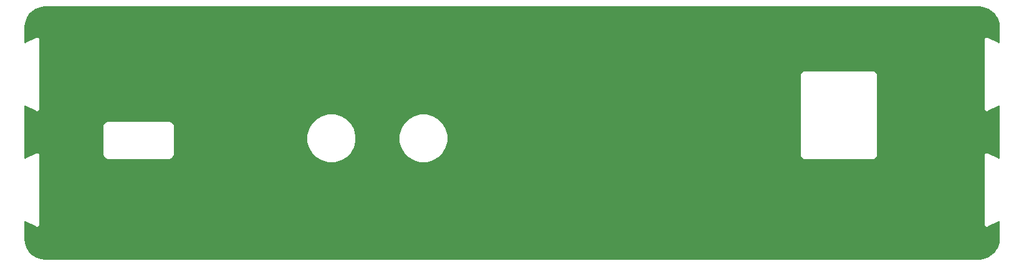
<source format=gbr>
G04 EAGLE Gerber RS-274X export*
G75*
%MOMM*%
%FSLAX34Y34*%
%LPD*%
%INBottom Copper*%
%IPPOS*%
%AMOC8*
5,1,8,0,0,1.08239X$1,22.5*%
G01*
%ADD10C,4.316000*%

G36*
X1300022Y2543D02*
X1300022Y2543D01*
X1300100Y2545D01*
X1304197Y2867D01*
X1304264Y2881D01*
X1304333Y2885D01*
X1304489Y2925D01*
X1312282Y5457D01*
X1312390Y5508D01*
X1312500Y5551D01*
X1312551Y5584D01*
X1312570Y5593D01*
X1312586Y5606D01*
X1312636Y5638D01*
X1319265Y10454D01*
X1319352Y10535D01*
X1319443Y10611D01*
X1319482Y10658D01*
X1319497Y10672D01*
X1319508Y10689D01*
X1319546Y10735D01*
X1324362Y17364D01*
X1324420Y17468D01*
X1324483Y17568D01*
X1324506Y17625D01*
X1324516Y17643D01*
X1324521Y17662D01*
X1324543Y17718D01*
X1327075Y25511D01*
X1327088Y25579D01*
X1327110Y25644D01*
X1327133Y25803D01*
X1327455Y29900D01*
X1327454Y29922D01*
X1327459Y30000D01*
X1327459Y53835D01*
X1327447Y53929D01*
X1327445Y54024D01*
X1327428Y54086D01*
X1327419Y54151D01*
X1327385Y54239D01*
X1327359Y54330D01*
X1327326Y54386D01*
X1327302Y54447D01*
X1327247Y54523D01*
X1327199Y54605D01*
X1327154Y54651D01*
X1327116Y54704D01*
X1327043Y54764D01*
X1326976Y54832D01*
X1326921Y54865D01*
X1326871Y54907D01*
X1326785Y54947D01*
X1326704Y54996D01*
X1326642Y55015D01*
X1326583Y55042D01*
X1326490Y55060D01*
X1326399Y55087D01*
X1326334Y55090D01*
X1326271Y55102D01*
X1326176Y55096D01*
X1326082Y55100D01*
X1326018Y55086D01*
X1325953Y55082D01*
X1325863Y55053D01*
X1325771Y55033D01*
X1325668Y54990D01*
X1325651Y54984D01*
X1325642Y54979D01*
X1325622Y54971D01*
X1311689Y48004D01*
X1311587Y47935D01*
X1311480Y47873D01*
X1311441Y47838D01*
X1311425Y47827D01*
X1311411Y47811D01*
X1311359Y47766D01*
X1311052Y47459D01*
X1310899Y47459D01*
X1310845Y47452D01*
X1310791Y47455D01*
X1310688Y47433D01*
X1310584Y47419D01*
X1310533Y47399D01*
X1310480Y47388D01*
X1310332Y47325D01*
X1310195Y47257D01*
X1309783Y47394D01*
X1309662Y47418D01*
X1309542Y47449D01*
X1309490Y47452D01*
X1309471Y47456D01*
X1309450Y47455D01*
X1309382Y47459D01*
X1308948Y47459D01*
X1308839Y47567D01*
X1308796Y47601D01*
X1308759Y47641D01*
X1308671Y47698D01*
X1308588Y47762D01*
X1308538Y47784D01*
X1308492Y47814D01*
X1308343Y47874D01*
X1308198Y47922D01*
X1308004Y48311D01*
X1307935Y48413D01*
X1307873Y48520D01*
X1307838Y48559D01*
X1307827Y48575D01*
X1307811Y48589D01*
X1307766Y48641D01*
X1307459Y48948D01*
X1307459Y49101D01*
X1307452Y49155D01*
X1307455Y49209D01*
X1307433Y49312D01*
X1307419Y49416D01*
X1307399Y49467D01*
X1307388Y49520D01*
X1307325Y49668D01*
X1307257Y49805D01*
X1307394Y50217D01*
X1307418Y50338D01*
X1307449Y50458D01*
X1307452Y50510D01*
X1307456Y50529D01*
X1307455Y50550D01*
X1307459Y50618D01*
X1307459Y144382D01*
X1307444Y144504D01*
X1307435Y144627D01*
X1307422Y144678D01*
X1307419Y144697D01*
X1307412Y144717D01*
X1307394Y144783D01*
X1307257Y145195D01*
X1307325Y145332D01*
X1307343Y145383D01*
X1307370Y145431D01*
X1307396Y145533D01*
X1307431Y145632D01*
X1307435Y145686D01*
X1307449Y145739D01*
X1307459Y145899D01*
X1307459Y146052D01*
X1307766Y146359D01*
X1307842Y146457D01*
X1307923Y146550D01*
X1307949Y146596D01*
X1307961Y146611D01*
X1307970Y146630D01*
X1308004Y146689D01*
X1308198Y147078D01*
X1308343Y147126D01*
X1308392Y147149D01*
X1308445Y147165D01*
X1308535Y147218D01*
X1308630Y147263D01*
X1308672Y147299D01*
X1308719Y147326D01*
X1308839Y147433D01*
X1308948Y147541D01*
X1309382Y147541D01*
X1309504Y147556D01*
X1309627Y147565D01*
X1309678Y147578D01*
X1309697Y147581D01*
X1309717Y147588D01*
X1309783Y147606D01*
X1310195Y147743D01*
X1310332Y147675D01*
X1310383Y147657D01*
X1310431Y147630D01*
X1310533Y147604D01*
X1310632Y147569D01*
X1310686Y147565D01*
X1310739Y147551D01*
X1310899Y147541D01*
X1311052Y147541D01*
X1311359Y147234D01*
X1311457Y147158D01*
X1311550Y147077D01*
X1311596Y147051D01*
X1311611Y147039D01*
X1311630Y147030D01*
X1311689Y146996D01*
X1325622Y140029D01*
X1325712Y139998D01*
X1325797Y139958D01*
X1325861Y139946D01*
X1325922Y139924D01*
X1326017Y139916D01*
X1326110Y139898D01*
X1326174Y139902D01*
X1326239Y139896D01*
X1326333Y139912D01*
X1326427Y139918D01*
X1326489Y139938D01*
X1326553Y139948D01*
X1326640Y139987D01*
X1326729Y140016D01*
X1326784Y140051D01*
X1326844Y140077D01*
X1326918Y140135D01*
X1326998Y140186D01*
X1327043Y140233D01*
X1327094Y140274D01*
X1327151Y140349D01*
X1327216Y140418D01*
X1327247Y140474D01*
X1327287Y140526D01*
X1327324Y140613D01*
X1327370Y140696D01*
X1327386Y140759D01*
X1327411Y140819D01*
X1327425Y140913D01*
X1327449Y141004D01*
X1327456Y141115D01*
X1327459Y141133D01*
X1327458Y141143D01*
X1327459Y141165D01*
X1327459Y211335D01*
X1327447Y211429D01*
X1327445Y211524D01*
X1327428Y211586D01*
X1327419Y211651D01*
X1327385Y211739D01*
X1327359Y211830D01*
X1327326Y211886D01*
X1327302Y211947D01*
X1327247Y212023D01*
X1327199Y212105D01*
X1327154Y212151D01*
X1327116Y212204D01*
X1327043Y212264D01*
X1326976Y212332D01*
X1326921Y212365D01*
X1326871Y212407D01*
X1326785Y212447D01*
X1326704Y212496D01*
X1326642Y212515D01*
X1326583Y212542D01*
X1326490Y212560D01*
X1326399Y212587D01*
X1326334Y212590D01*
X1326271Y212602D01*
X1326176Y212596D01*
X1326082Y212600D01*
X1326018Y212586D01*
X1325953Y212582D01*
X1325863Y212553D01*
X1325771Y212533D01*
X1325668Y212490D01*
X1325651Y212484D01*
X1325642Y212479D01*
X1325622Y212471D01*
X1311689Y205504D01*
X1311630Y205465D01*
X1311628Y205464D01*
X1311619Y205457D01*
X1311587Y205435D01*
X1311480Y205373D01*
X1311441Y205338D01*
X1311425Y205327D01*
X1311411Y205311D01*
X1311374Y205279D01*
X1311371Y205277D01*
X1311370Y205275D01*
X1311359Y205266D01*
X1311052Y204959D01*
X1310899Y204959D01*
X1310845Y204952D01*
X1310791Y204955D01*
X1310688Y204933D01*
X1310584Y204919D01*
X1310533Y204899D01*
X1310480Y204888D01*
X1310332Y204825D01*
X1310195Y204757D01*
X1309783Y204894D01*
X1309662Y204918D01*
X1309542Y204949D01*
X1309490Y204952D01*
X1309471Y204956D01*
X1309450Y204955D01*
X1309382Y204959D01*
X1308948Y204959D01*
X1308839Y205067D01*
X1308796Y205101D01*
X1308759Y205141D01*
X1308671Y205198D01*
X1308588Y205262D01*
X1308538Y205284D01*
X1308492Y205314D01*
X1308343Y205374D01*
X1308198Y205422D01*
X1308004Y205811D01*
X1307935Y205913D01*
X1307873Y206020D01*
X1307838Y206059D01*
X1307827Y206075D01*
X1307811Y206089D01*
X1307766Y206141D01*
X1307459Y206448D01*
X1307459Y206601D01*
X1307452Y206655D01*
X1307455Y206709D01*
X1307433Y206812D01*
X1307419Y206916D01*
X1307399Y206967D01*
X1307388Y207020D01*
X1307325Y207168D01*
X1307257Y207305D01*
X1307394Y207717D01*
X1307418Y207838D01*
X1307449Y207958D01*
X1307452Y208010D01*
X1307456Y208029D01*
X1307455Y208050D01*
X1307459Y208118D01*
X1307459Y301882D01*
X1307444Y302004D01*
X1307435Y302127D01*
X1307422Y302178D01*
X1307419Y302197D01*
X1307412Y302217D01*
X1307394Y302283D01*
X1307257Y302695D01*
X1307325Y302832D01*
X1307343Y302883D01*
X1307370Y302931D01*
X1307396Y303033D01*
X1307431Y303132D01*
X1307435Y303186D01*
X1307449Y303239D01*
X1307459Y303399D01*
X1307459Y303552D01*
X1307766Y303859D01*
X1307842Y303957D01*
X1307923Y304050D01*
X1307949Y304096D01*
X1307961Y304111D01*
X1307970Y304130D01*
X1308004Y304189D01*
X1308198Y304578D01*
X1308343Y304626D01*
X1308392Y304649D01*
X1308445Y304665D01*
X1308535Y304718D01*
X1308630Y304763D01*
X1308672Y304798D01*
X1308719Y304826D01*
X1308839Y304933D01*
X1308948Y305041D01*
X1309382Y305041D01*
X1309504Y305056D01*
X1309627Y305065D01*
X1309678Y305078D01*
X1309697Y305081D01*
X1309717Y305088D01*
X1309783Y305106D01*
X1310195Y305243D01*
X1310332Y305175D01*
X1310383Y305157D01*
X1310431Y305130D01*
X1310533Y305104D01*
X1310632Y305069D01*
X1310686Y305065D01*
X1310739Y305051D01*
X1310899Y305041D01*
X1311052Y305041D01*
X1311359Y304734D01*
X1311457Y304658D01*
X1311550Y304577D01*
X1311596Y304551D01*
X1311611Y304539D01*
X1311630Y304530D01*
X1311689Y304496D01*
X1325622Y297529D01*
X1325712Y297498D01*
X1325797Y297458D01*
X1325861Y297446D01*
X1325922Y297424D01*
X1326017Y297416D01*
X1326110Y297398D01*
X1326174Y297402D01*
X1326239Y297396D01*
X1326333Y297412D01*
X1326427Y297418D01*
X1326489Y297438D01*
X1326553Y297448D01*
X1326640Y297487D01*
X1326729Y297516D01*
X1326784Y297551D01*
X1326844Y297577D01*
X1326918Y297635D01*
X1326998Y297686D01*
X1327043Y297733D01*
X1327094Y297774D01*
X1327151Y297849D01*
X1327216Y297918D01*
X1327247Y297974D01*
X1327287Y298026D01*
X1327324Y298113D01*
X1327370Y298196D01*
X1327386Y298259D01*
X1327411Y298319D01*
X1327425Y298413D01*
X1327449Y298504D01*
X1327456Y298615D01*
X1327459Y298633D01*
X1327458Y298643D01*
X1327459Y298665D01*
X1327459Y320000D01*
X1327457Y320022D01*
X1327455Y320100D01*
X1327133Y324197D01*
X1327119Y324264D01*
X1327115Y324333D01*
X1327075Y324489D01*
X1324543Y332282D01*
X1324492Y332390D01*
X1324449Y332500D01*
X1324416Y332551D01*
X1324407Y332570D01*
X1324394Y332586D01*
X1324362Y332636D01*
X1319546Y339265D01*
X1319465Y339352D01*
X1319389Y339443D01*
X1319342Y339482D01*
X1319328Y339497D01*
X1319311Y339508D01*
X1319265Y339546D01*
X1312636Y344362D01*
X1312532Y344420D01*
X1312432Y344483D01*
X1312375Y344506D01*
X1312357Y344516D01*
X1312338Y344521D01*
X1312282Y344543D01*
X1304489Y347075D01*
X1304421Y347088D01*
X1304356Y347110D01*
X1304197Y347133D01*
X1300100Y347455D01*
X1300078Y347454D01*
X1300000Y347459D01*
X30000Y347459D01*
X29978Y347457D01*
X29900Y347455D01*
X25803Y347133D01*
X25736Y347119D01*
X25667Y347115D01*
X25511Y347075D01*
X17718Y344543D01*
X17610Y344492D01*
X17500Y344449D01*
X17449Y344416D01*
X17430Y344407D01*
X17414Y344394D01*
X17364Y344362D01*
X10735Y339546D01*
X10648Y339465D01*
X10557Y339389D01*
X10518Y339342D01*
X10503Y339328D01*
X10492Y339311D01*
X10454Y339265D01*
X5638Y332636D01*
X5580Y332532D01*
X5517Y332432D01*
X5494Y332375D01*
X5484Y332357D01*
X5479Y332338D01*
X5457Y332282D01*
X2925Y324489D01*
X2912Y324421D01*
X2890Y324356D01*
X2867Y324197D01*
X2545Y320100D01*
X2546Y320078D01*
X2541Y320000D01*
X2541Y298665D01*
X2553Y298571D01*
X2555Y298476D01*
X2572Y298414D01*
X2581Y298349D01*
X2615Y298261D01*
X2641Y298170D01*
X2674Y298114D01*
X2698Y298053D01*
X2753Y297977D01*
X2801Y297895D01*
X2846Y297849D01*
X2884Y297796D01*
X2957Y297736D01*
X3024Y297668D01*
X3079Y297635D01*
X3129Y297593D01*
X3215Y297553D01*
X3296Y297504D01*
X3358Y297485D01*
X3417Y297458D01*
X3510Y297440D01*
X3601Y297413D01*
X3666Y297410D01*
X3729Y297398D01*
X3824Y297404D01*
X3918Y297400D01*
X3982Y297414D01*
X4047Y297418D01*
X4137Y297447D01*
X4229Y297467D01*
X4332Y297510D01*
X4349Y297516D01*
X4358Y297521D01*
X4378Y297529D01*
X18311Y304496D01*
X18413Y304565D01*
X18520Y304627D01*
X18559Y304662D01*
X18575Y304673D01*
X18589Y304689D01*
X18641Y304734D01*
X18948Y305041D01*
X19101Y305041D01*
X19155Y305048D01*
X19209Y305045D01*
X19312Y305067D01*
X19416Y305081D01*
X19467Y305101D01*
X19520Y305112D01*
X19668Y305175D01*
X19805Y305243D01*
X20217Y305106D01*
X20338Y305082D01*
X20458Y305051D01*
X20510Y305048D01*
X20529Y305044D01*
X20550Y305045D01*
X20618Y305041D01*
X21052Y305041D01*
X21161Y304933D01*
X21204Y304899D01*
X21241Y304859D01*
X21329Y304802D01*
X21412Y304738D01*
X21462Y304716D01*
X21508Y304686D01*
X21657Y304626D01*
X21802Y304578D01*
X21996Y304189D01*
X22064Y304087D01*
X22127Y303980D01*
X22162Y303941D01*
X22173Y303925D01*
X22189Y303911D01*
X22234Y303859D01*
X22541Y303552D01*
X22541Y303399D01*
X22548Y303345D01*
X22545Y303291D01*
X22567Y303188D01*
X22581Y303084D01*
X22601Y303033D01*
X22612Y302980D01*
X22675Y302832D01*
X22743Y302695D01*
X22606Y302283D01*
X22582Y302162D01*
X22551Y302042D01*
X22548Y301990D01*
X22544Y301971D01*
X22545Y301950D01*
X22541Y301882D01*
X22541Y208118D01*
X22556Y207996D01*
X22565Y207873D01*
X22578Y207822D01*
X22581Y207803D01*
X22588Y207783D01*
X22606Y207717D01*
X22743Y207305D01*
X22675Y207168D01*
X22657Y207117D01*
X22630Y207069D01*
X22604Y206968D01*
X22569Y206868D01*
X22565Y206814D01*
X22551Y206761D01*
X22541Y206601D01*
X22541Y206448D01*
X22234Y206141D01*
X22158Y206043D01*
X22077Y205950D01*
X22050Y205904D01*
X22039Y205889D01*
X22030Y205870D01*
X21996Y205811D01*
X21802Y205422D01*
X21657Y205374D01*
X21608Y205351D01*
X21555Y205335D01*
X21465Y205282D01*
X21370Y205237D01*
X21328Y205202D01*
X21281Y205174D01*
X21161Y205067D01*
X21052Y204959D01*
X20618Y204959D01*
X20496Y204944D01*
X20373Y204935D01*
X20322Y204922D01*
X20303Y204919D01*
X20283Y204912D01*
X20217Y204894D01*
X19805Y204757D01*
X19668Y204825D01*
X19617Y204843D01*
X19569Y204870D01*
X19468Y204896D01*
X19368Y204931D01*
X19314Y204935D01*
X19261Y204949D01*
X19101Y204959D01*
X18948Y204959D01*
X18641Y205266D01*
X18556Y205332D01*
X18507Y205378D01*
X18493Y205386D01*
X18450Y205423D01*
X18404Y205449D01*
X18389Y205461D01*
X18370Y205470D01*
X18311Y205504D01*
X4378Y212471D01*
X4288Y212502D01*
X4203Y212542D01*
X4139Y212554D01*
X4078Y212576D01*
X3983Y212584D01*
X3890Y212602D01*
X3826Y212598D01*
X3761Y212604D01*
X3667Y212588D01*
X3573Y212582D01*
X3511Y212562D01*
X3447Y212552D01*
X3360Y212513D01*
X3271Y212484D01*
X3216Y212449D01*
X3156Y212423D01*
X3082Y212365D01*
X3002Y212314D01*
X2957Y212267D01*
X2906Y212226D01*
X2849Y212151D01*
X2784Y212082D01*
X2753Y212026D01*
X2713Y211974D01*
X2676Y211886D01*
X2630Y211804D01*
X2614Y211741D01*
X2589Y211681D01*
X2575Y211587D01*
X2551Y211496D01*
X2544Y211385D01*
X2541Y211367D01*
X2542Y211357D01*
X2541Y211335D01*
X2541Y141165D01*
X2553Y141071D01*
X2555Y140976D01*
X2572Y140914D01*
X2581Y140849D01*
X2615Y140761D01*
X2641Y140670D01*
X2674Y140614D01*
X2698Y140553D01*
X2753Y140477D01*
X2801Y140395D01*
X2846Y140349D01*
X2884Y140296D01*
X2957Y140236D01*
X3024Y140168D01*
X3079Y140135D01*
X3129Y140093D01*
X3215Y140053D01*
X3296Y140004D01*
X3358Y139985D01*
X3417Y139958D01*
X3510Y139940D01*
X3601Y139913D01*
X3666Y139910D01*
X3729Y139898D01*
X3824Y139904D01*
X3918Y139900D01*
X3982Y139914D01*
X4047Y139918D01*
X4137Y139947D01*
X4229Y139967D01*
X4332Y140010D01*
X4349Y140016D01*
X4358Y140021D01*
X4378Y140029D01*
X18311Y146996D01*
X18413Y147065D01*
X18520Y147127D01*
X18559Y147162D01*
X18575Y147173D01*
X18589Y147189D01*
X18641Y147234D01*
X18948Y147541D01*
X19101Y147541D01*
X19155Y147548D01*
X19209Y147545D01*
X19312Y147567D01*
X19416Y147581D01*
X19467Y147601D01*
X19520Y147612D01*
X19668Y147675D01*
X19805Y147743D01*
X20217Y147606D01*
X20338Y147582D01*
X20458Y147551D01*
X20510Y147548D01*
X20529Y147544D01*
X20550Y147545D01*
X20618Y147541D01*
X21052Y147541D01*
X21161Y147433D01*
X21204Y147399D01*
X21241Y147359D01*
X21329Y147302D01*
X21412Y147238D01*
X21462Y147216D01*
X21508Y147186D01*
X21657Y147126D01*
X21802Y147078D01*
X21996Y146689D01*
X22065Y146587D01*
X22127Y146480D01*
X22162Y146441D01*
X22173Y146425D01*
X22189Y146411D01*
X22234Y146359D01*
X22541Y146052D01*
X22541Y145899D01*
X22548Y145845D01*
X22545Y145791D01*
X22567Y145688D01*
X22581Y145584D01*
X22601Y145533D01*
X22612Y145480D01*
X22675Y145332D01*
X22743Y145195D01*
X22606Y144783D01*
X22582Y144662D01*
X22551Y144542D01*
X22548Y144490D01*
X22544Y144471D01*
X22545Y144450D01*
X22541Y144382D01*
X22541Y50618D01*
X22556Y50496D01*
X22565Y50373D01*
X22578Y50322D01*
X22581Y50303D01*
X22588Y50283D01*
X22606Y50217D01*
X22743Y49805D01*
X22675Y49668D01*
X22657Y49617D01*
X22630Y49569D01*
X22604Y49468D01*
X22569Y49368D01*
X22565Y49314D01*
X22551Y49261D01*
X22541Y49101D01*
X22541Y48948D01*
X22234Y48641D01*
X22158Y48543D01*
X22077Y48450D01*
X22050Y48404D01*
X22039Y48389D01*
X22030Y48370D01*
X21996Y48311D01*
X21802Y47922D01*
X21657Y47874D01*
X21608Y47851D01*
X21555Y47835D01*
X21465Y47782D01*
X21370Y47737D01*
X21328Y47702D01*
X21281Y47674D01*
X21161Y47567D01*
X21052Y47459D01*
X20618Y47459D01*
X20496Y47444D01*
X20373Y47435D01*
X20322Y47422D01*
X20303Y47419D01*
X20283Y47412D01*
X20217Y47394D01*
X19805Y47257D01*
X19668Y47325D01*
X19617Y47343D01*
X19569Y47370D01*
X19468Y47396D01*
X19368Y47431D01*
X19314Y47435D01*
X19261Y47449D01*
X19101Y47459D01*
X18948Y47459D01*
X18641Y47766D01*
X18543Y47842D01*
X18450Y47923D01*
X18404Y47949D01*
X18389Y47961D01*
X18370Y47970D01*
X18311Y48004D01*
X4378Y54971D01*
X4288Y55002D01*
X4203Y55042D01*
X4139Y55054D01*
X4078Y55076D01*
X3983Y55084D01*
X3890Y55102D01*
X3826Y55098D01*
X3761Y55104D01*
X3667Y55088D01*
X3573Y55082D01*
X3511Y55062D01*
X3447Y55052D01*
X3360Y55013D01*
X3271Y54984D01*
X3216Y54949D01*
X3156Y54923D01*
X3082Y54865D01*
X3002Y54814D01*
X2957Y54767D01*
X2906Y54726D01*
X2849Y54651D01*
X2784Y54582D01*
X2753Y54526D01*
X2713Y54474D01*
X2676Y54387D01*
X2630Y54304D01*
X2614Y54241D01*
X2589Y54181D01*
X2575Y54087D01*
X2551Y53996D01*
X2544Y53885D01*
X2541Y53867D01*
X2542Y53857D01*
X2541Y53835D01*
X2541Y30000D01*
X2543Y29978D01*
X2545Y29900D01*
X2867Y25803D01*
X2881Y25736D01*
X2885Y25667D01*
X2925Y25511D01*
X5457Y17718D01*
X5508Y17610D01*
X5551Y17500D01*
X5584Y17449D01*
X5593Y17430D01*
X5606Y17414D01*
X5638Y17364D01*
X10454Y10735D01*
X10535Y10648D01*
X10611Y10557D01*
X10658Y10518D01*
X10672Y10503D01*
X10689Y10492D01*
X10735Y10454D01*
X10810Y10399D01*
X17364Y5638D01*
X17468Y5580D01*
X17568Y5517D01*
X17625Y5494D01*
X17643Y5484D01*
X17662Y5479D01*
X17718Y5457D01*
X25511Y2925D01*
X25579Y2912D01*
X25644Y2890D01*
X25803Y2867D01*
X29900Y2545D01*
X29922Y2546D01*
X30000Y2541D01*
X1300000Y2541D01*
X1300022Y2543D01*
G37*
%LPC*%
G36*
X1061315Y139459D02*
X1061315Y139459D01*
X1058744Y140944D01*
X1057259Y143515D01*
X1057259Y254485D01*
X1058744Y257056D01*
X1061315Y258541D01*
X1156285Y258541D01*
X1158856Y257056D01*
X1160341Y254485D01*
X1160341Y143515D01*
X1158856Y140944D01*
X1156285Y139459D01*
X1061315Y139459D01*
G37*
%LPD*%
%LPC*%
G36*
X115679Y139559D02*
X115679Y139559D01*
X112180Y141580D01*
X110159Y145079D01*
X110159Y185121D01*
X112180Y188620D01*
X115679Y190641D01*
X199721Y190641D01*
X203220Y188620D01*
X205241Y185121D01*
X205241Y145079D01*
X203220Y141580D01*
X199721Y139559D01*
X115679Y139559D01*
G37*
%LPD*%
%LPC*%
G36*
X540480Y135259D02*
X540480Y135259D01*
X532204Y137477D01*
X524783Y141761D01*
X518725Y147819D01*
X514441Y155240D01*
X512223Y163516D01*
X512223Y172084D01*
X514441Y180360D01*
X518725Y187781D01*
X524783Y193839D01*
X532204Y198123D01*
X540480Y200341D01*
X549048Y200341D01*
X557324Y198123D01*
X564745Y193839D01*
X570803Y187781D01*
X575087Y180360D01*
X577305Y172084D01*
X577305Y163516D01*
X575087Y155240D01*
X570803Y147819D01*
X564745Y141761D01*
X557324Y137477D01*
X549048Y135259D01*
X540480Y135259D01*
G37*
%LPD*%
%LPC*%
G36*
X415480Y135259D02*
X415480Y135259D01*
X407204Y137477D01*
X399783Y141761D01*
X393725Y147819D01*
X389441Y155240D01*
X387223Y163516D01*
X387223Y172084D01*
X389441Y180360D01*
X393725Y187781D01*
X399783Y193839D01*
X407204Y198123D01*
X415480Y200341D01*
X424048Y200341D01*
X432324Y198123D01*
X439745Y193839D01*
X445803Y187781D01*
X450087Y180360D01*
X452305Y172084D01*
X452305Y163516D01*
X450087Y155240D01*
X445803Y147819D01*
X439745Y141761D01*
X432324Y137477D01*
X424048Y135259D01*
X415480Y135259D01*
G37*
%LPD*%
D10*
X59210Y306600D03*
X59210Y56700D03*
X1269210Y56700D03*
X1269210Y306600D03*
M02*

</source>
